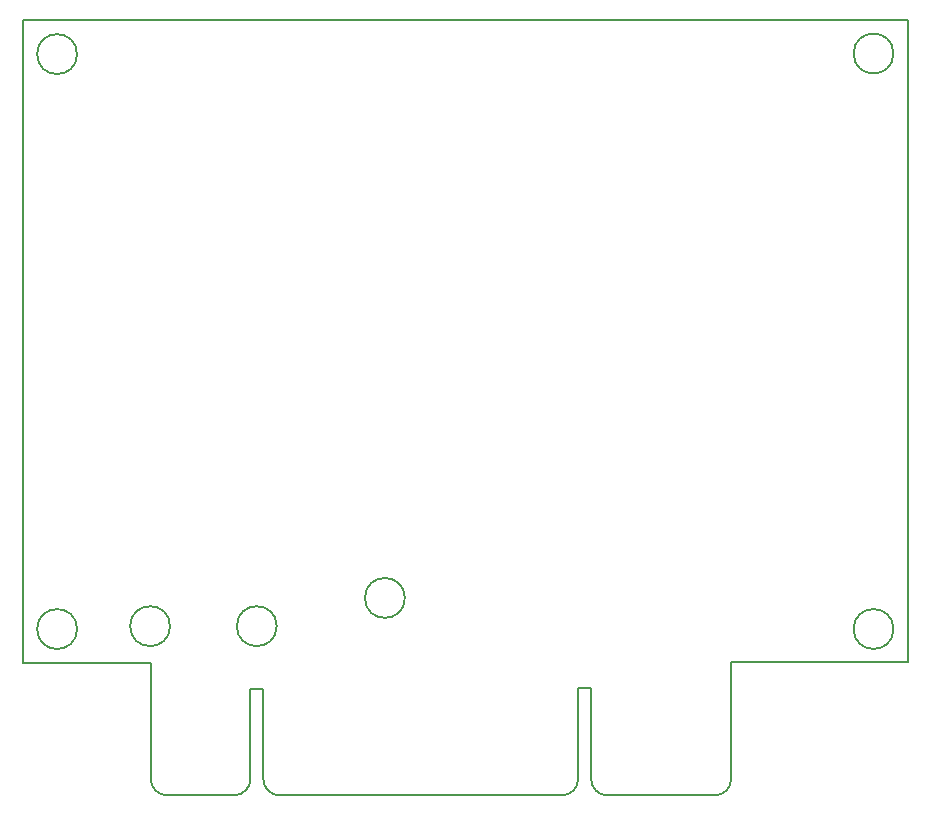
<source format=gbr>
G04 #@! TF.GenerationSoftware,KiCad,Pcbnew,7.0.10*
G04 #@! TF.CreationDate,2024-02-21T12:16:34-05:00*
G04 #@! TF.ProjectId,CBM-SD,43424d2d-5344-42e6-9b69-6361645f7063,rev?*
G04 #@! TF.SameCoordinates,Original*
G04 #@! TF.FileFunction,Profile,NP*
%FSLAX46Y46*%
G04 Gerber Fmt 4.6, Leading zero omitted, Abs format (unit mm)*
G04 Created by KiCad (PCBNEW 7.0.10) date 2024-02-21 12:16:34*
%MOMM*%
%LPD*%
G01*
G04 APERTURE LIST*
G04 #@! TA.AperFunction,Profile*
%ADD10C,0.200660*%
G04 #@! TD*
G04 APERTURE END LIST*
D10*
X192151000Y-65786000D02*
X192151000Y-114109500D01*
X138669428Y-117106700D02*
G75*
G03*
X135294972Y-117106700I-1687228J0D01*
G01*
X135294972Y-117106700D02*
G75*
G03*
X138669428Y-117106700I1687228J0D01*
G01*
X192151000Y-114109500D02*
X192151000Y-120142000D01*
X129400300Y-131432300D02*
X135051800Y-131432300D01*
X177152300Y-130035300D02*
X177152300Y-120192800D01*
X138925300Y-131432300D02*
X162801300Y-131432300D01*
X166674800Y-131432300D02*
X175755300Y-131432300D01*
X165277800Y-130035300D02*
X165277800Y-122351800D01*
X136448800Y-122415300D02*
X136448800Y-130035300D01*
X137528300Y-130035300D02*
G75*
G03*
X138925300Y-131432300I1397000J0D01*
G01*
X165277800Y-122351800D02*
X164198300Y-122351800D01*
X135051800Y-131432300D02*
G75*
G03*
X136448800Y-130035300I0J1397000D01*
G01*
X136448800Y-122415300D02*
X137528300Y-122415300D01*
X164198300Y-122351800D02*
X164198300Y-130035300D01*
X175755300Y-131432300D02*
G75*
G03*
X177152300Y-130035300I0J1397000D01*
G01*
X162801300Y-131432300D02*
G75*
G03*
X164198300Y-130035300I0J1397000D01*
G01*
X137528300Y-130035300D02*
X137528300Y-122415300D01*
X165277800Y-130035300D02*
G75*
G03*
X166674800Y-131432300I1397000J0D01*
G01*
X128003300Y-130035300D02*
G75*
G03*
X129400300Y-131432300I1397000J0D01*
G01*
X177152300Y-120142000D02*
X177152300Y-120192800D01*
X117221000Y-120230900D02*
X117221000Y-65786000D01*
X192151000Y-65786000D02*
X117221000Y-65786000D01*
X192151000Y-120142000D02*
X181165500Y-120142000D01*
X121762228Y-68675000D02*
G75*
G03*
X118387772Y-68675000I-1687228J0D01*
G01*
X118387772Y-68675000D02*
G75*
G03*
X121762228Y-68675000I1687228J0D01*
G01*
X121762228Y-117348000D02*
G75*
G03*
X118387772Y-117348000I-1687228J0D01*
G01*
X118387772Y-117348000D02*
G75*
G03*
X121762228Y-117348000I1687228J0D01*
G01*
X128003300Y-120230900D02*
X117221000Y-120230900D01*
X129637228Y-117106700D02*
G75*
G03*
X126262772Y-117106700I-1687228J0D01*
G01*
X126262772Y-117106700D02*
G75*
G03*
X129637228Y-117106700I1687228J0D01*
G01*
X181165500Y-120142000D02*
X177152300Y-120142000D01*
X149515228Y-114717227D02*
G75*
G03*
X146140772Y-114717227I-1687228J0D01*
G01*
X146140772Y-114717227D02*
G75*
G03*
X149515228Y-114717227I1687228J0D01*
G01*
X128003300Y-130035300D02*
X128003300Y-120230900D01*
X190887228Y-68625000D02*
G75*
G03*
X187512772Y-68625000I-1687228J0D01*
G01*
X187512772Y-68625000D02*
G75*
G03*
X190887228Y-68625000I1687228J0D01*
G01*
X190887228Y-117348000D02*
G75*
G03*
X187512772Y-117348000I-1687228J0D01*
G01*
X187512772Y-117348000D02*
G75*
G03*
X190887228Y-117348000I1687228J0D01*
G01*
M02*

</source>
